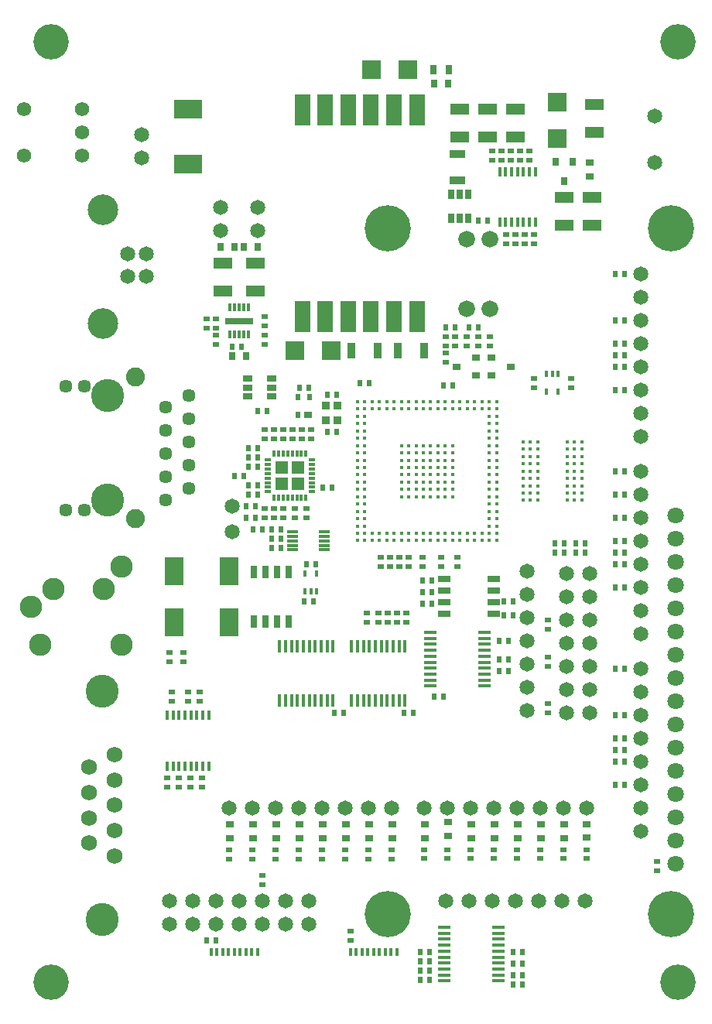
<source format=gts>
G04 (created by PCBNEW-RS274X (2010-03-14)-final) date Thu 13 Oct 2011 09:10:51 PM EDT*
G01*
G70*
G90*
%MOIN*%
G04 Gerber Fmt 3.4, Leading zero omitted, Abs format*
%FSLAX34Y34*%
G04 APERTURE LIST*
%ADD10C,0.001000*%
%ADD11R,0.021700X0.025600*%
%ADD12R,0.025600X0.021700*%
%ADD13R,0.025600X0.037400*%
%ADD14R,0.084700X0.051200*%
%ADD15C,0.152000*%
%ADD16R,0.080700X0.120100*%
%ADD17R,0.120100X0.080700*%
%ADD18C,0.065000*%
%ADD19R,0.033500X0.037400*%
%ADD20C,0.131900*%
%ADD21C,0.062000*%
%ADD22C,0.017700*%
%ADD23R,0.049200X0.011800*%
%ADD24R,0.012200X0.033500*%
%ADD25R,0.120100X0.031500*%
%ADD26R,0.025600X0.011800*%
%ADD27R,0.011800X0.025600*%
%ADD28R,0.057100X0.057100*%
%ADD29R,0.018500X0.025600*%
%ADD30R,0.033500X0.029600*%
%ADD31R,0.017700X0.025600*%
%ADD32C,0.096500*%
%ADD33R,0.029600X0.057100*%
%ADD34R,0.025600X0.035500*%
%ADD35R,0.044000X0.025600*%
%ADD36R,0.015800X0.041400*%
%ADD37R,0.053200X0.015800*%
%ADD38R,0.015800X0.053200*%
%ADD39R,0.035500X0.025600*%
%ADD40R,0.057100X0.029600*%
%ADD41C,0.142000*%
%ADD42C,0.068900*%
%ADD43R,0.037400X0.025600*%
%ADD44R,0.065000X0.037400*%
%ADD45C,0.070900*%
%ADD46C,0.198900*%
%ADD47R,0.015000X0.034000*%
%ADD48C,0.082000*%
%ADD49C,0.057000*%
%ADD50C,0.072000*%
%ADD51R,0.037400X0.065000*%
%ADD52R,0.080700X0.080700*%
%ADD53R,0.029600X0.039400*%
%ADD54R,0.070900X0.137000*%
%ADD55R,0.025600X0.044000*%
G04 APERTURE END LIST*
G54D10*
G54D11*
X00897Y-13300D03*
X00503Y-13300D03*
X00897Y-12900D03*
X00503Y-12900D03*
X00097Y-12500D03*
X-00297Y-12500D03*
X00897Y-12500D03*
X00503Y-12500D03*
X02397Y-14000D03*
X02003Y-14000D03*
G54D12*
X-03900Y-17803D03*
X-03900Y-18197D03*
X-03300Y-18197D03*
X-03300Y-17803D03*
G54D11*
X02297Y-15600D03*
X01903Y-15600D03*
X-02297Y-30200D03*
X-01903Y-30200D03*
X11297Y-31700D03*
X10903Y-31700D03*
X10903Y-30700D03*
X11297Y-30700D03*
G54D12*
X08000Y-04903D03*
X08000Y-05297D03*
X08900Y-04203D03*
X08900Y-04597D03*
G54D11*
X10303Y-17300D03*
X10697Y-17300D03*
X06903Y-31900D03*
X07297Y-31900D03*
G54D12*
X11400Y-00197D03*
X11400Y00197D03*
X17100Y-26803D03*
X17100Y-27197D03*
X09400Y-04203D03*
X09400Y-04597D03*
X10600Y-00197D03*
X10600Y00197D03*
G54D11*
X02097Y-06400D03*
X01703Y-06400D03*
G54D12*
X12400Y-18003D03*
X12400Y-18397D03*
X12400Y-20397D03*
X12400Y-20003D03*
X12400Y-16403D03*
X12400Y-16797D03*
X00200Y-03732D03*
X00200Y-03338D03*
X00200Y-04532D03*
X00200Y-04138D03*
X-01900Y-03438D03*
X-01900Y-03832D03*
X-01900Y-04138D03*
X-01900Y-04532D03*
X-02300Y-03832D03*
X-02300Y-03438D03*
G54D11*
X-00803Y-04635D03*
X-01197Y-04635D03*
X00297Y-07400D03*
X-00097Y-07400D03*
G54D12*
X05690Y-26707D03*
X05690Y-26313D03*
X04690Y-26707D03*
X04690Y-26313D03*
X03690Y-26707D03*
X03690Y-26313D03*
X02690Y-26707D03*
X02690Y-26313D03*
X-04000Y-23597D03*
X-04000Y-23203D03*
X-02500Y-23203D03*
X-02500Y-23597D03*
X-03800Y-19503D03*
X-03800Y-19897D03*
X-03500Y-23203D03*
X-03500Y-23597D03*
X-03000Y-23203D03*
X-03000Y-23597D03*
X01690Y-26707D03*
X01690Y-26313D03*
X00690Y-26707D03*
X00690Y-26313D03*
X-00310Y-26707D03*
X-00310Y-26313D03*
X-01310Y-26707D03*
X-01310Y-26313D03*
G54D11*
X07897Y-19700D03*
X07503Y-19700D03*
X03597Y-20400D03*
X03203Y-20400D03*
X07397Y-15200D03*
X07003Y-15200D03*
X07397Y-14700D03*
X07003Y-14700D03*
X07397Y-15700D03*
X07003Y-15700D03*
X06597Y-20400D03*
X06203Y-20400D03*
G54D12*
X07083Y-26693D03*
X07083Y-26299D03*
X08083Y-26693D03*
X08083Y-26299D03*
X09083Y-26693D03*
X09083Y-26299D03*
X10083Y-26693D03*
X10083Y-26299D03*
X11083Y-26693D03*
X11083Y-26299D03*
X12083Y-26693D03*
X12083Y-26299D03*
X13083Y-26693D03*
X13083Y-26299D03*
X14083Y-26693D03*
X14083Y-26299D03*
X-03100Y-19897D03*
X-03100Y-19503D03*
X-02600Y-19897D03*
X-02600Y-19503D03*
G54D11*
X08297Y-06300D03*
X07903Y-06300D03*
X04697Y-06200D03*
X04303Y-06200D03*
G54D12*
X01000Y-11603D03*
X01000Y-11997D03*
X00600Y-11603D03*
X00600Y-11997D03*
X00200Y-11603D03*
X00200Y-11997D03*
G54D11*
X02703Y-10700D03*
X03097Y-10700D03*
X-00103Y-11000D03*
X-00497Y-11000D03*
G54D12*
X01500Y-11603D03*
X01500Y-11997D03*
G54D11*
X-00103Y-10600D03*
X-00497Y-10600D03*
G54D12*
X02000Y-11603D03*
X02000Y-11997D03*
G54D11*
X-00103Y-09800D03*
X-00497Y-09800D03*
X-00103Y-09400D03*
X-00497Y-09400D03*
G54D12*
X00200Y-08597D03*
X00200Y-08203D03*
G54D11*
X-00497Y-09000D03*
X-00103Y-09000D03*
G54D12*
X02200Y-08203D03*
X02200Y-08597D03*
G54D11*
X-01097Y-10200D03*
X-00703Y-10200D03*
G54D12*
X01400Y-08597D03*
X01400Y-08203D03*
X01800Y-08597D03*
X01800Y-08203D03*
X00600Y-08597D03*
X00600Y-08203D03*
X01000Y-08597D03*
X01000Y-08203D03*
G54D11*
X03297Y-06700D03*
X02903Y-06700D03*
X02903Y-08300D03*
X03297Y-08300D03*
X13997Y-13100D03*
X13603Y-13100D03*
X12703Y-13100D03*
X13097Y-13100D03*
X13997Y-13500D03*
X13603Y-13500D03*
X12703Y-13500D03*
X13097Y-13500D03*
X15697Y-01500D03*
X15303Y-01500D03*
X15697Y-11000D03*
X15303Y-11000D03*
X15697Y-03500D03*
X15303Y-03500D03*
X15697Y-06500D03*
X15303Y-06500D03*
G54D12*
X08500Y-14097D03*
X08500Y-13703D03*
X07800Y-14097D03*
X07800Y-13703D03*
X11800Y-06397D03*
X11800Y-06003D03*
X13400Y-06003D03*
X13400Y-06397D03*
G54D11*
X15697Y-15000D03*
X15303Y-15000D03*
X15697Y-10000D03*
X15303Y-10000D03*
X15697Y-18500D03*
X15303Y-18500D03*
X15697Y-23500D03*
X15303Y-23500D03*
X15697Y-12000D03*
X15303Y-12000D03*
X15697Y-20500D03*
X15303Y-20500D03*
X15697Y-21500D03*
X15303Y-21500D03*
X15697Y-13000D03*
X15303Y-13000D03*
X15697Y-04500D03*
X15303Y-04500D03*
X10503Y-16200D03*
X10897Y-16200D03*
X10503Y-15600D03*
X10897Y-15600D03*
X10303Y-18100D03*
X10697Y-18100D03*
G54D12*
X06300Y-16103D03*
X06300Y-16497D03*
X05900Y-16103D03*
X05900Y-16497D03*
X05500Y-16103D03*
X05500Y-16497D03*
X05100Y-16103D03*
X05100Y-16497D03*
X06000Y-13703D03*
X06000Y-14097D03*
X04600Y-16103D03*
X04600Y-16497D03*
X05600Y-13703D03*
X05600Y-14097D03*
X05200Y-13703D03*
X05200Y-14097D03*
G54D13*
X-01105Y-00335D03*
X-01695Y-00335D03*
X-00695Y-00335D03*
X-00105Y-00335D03*
X-01195Y-05035D03*
X-00605Y-05035D03*
G54D14*
X-01600Y-02235D03*
X-01600Y-01035D03*
X-00200Y-02235D03*
X-00200Y-01035D03*
G54D15*
X18000Y-32000D03*
X-09000Y08500D03*
X18000Y08500D03*
X-09000Y-32000D03*
G54D16*
X-03681Y-14300D03*
X-01319Y-14300D03*
X-03681Y-16500D03*
X-01319Y-16500D03*
G54D17*
X-03100Y05581D03*
X-03100Y03219D03*
G54D18*
X-05100Y03500D03*
X-05100Y04500D03*
X-01699Y01364D03*
X-01699Y00364D03*
X-00099Y01364D03*
X-00099Y00364D03*
X11500Y-14300D03*
X11500Y-15300D03*
X11500Y-16300D03*
X11500Y-17300D03*
X11500Y-18300D03*
X11500Y-19300D03*
X11500Y-20300D03*
X14200Y-20400D03*
X13200Y-20400D03*
X14200Y-19400D03*
X13200Y-19400D03*
X14200Y-18400D03*
X13200Y-18400D03*
X14200Y-17400D03*
X13200Y-17400D03*
X14200Y-16400D03*
X13200Y-16400D03*
X14200Y-15400D03*
X13200Y-15400D03*
X14200Y-14400D03*
X13200Y-14400D03*
X16400Y-01500D03*
X16400Y-02500D03*
X16400Y-04500D03*
X16400Y-05500D03*
X16400Y-06500D03*
X16400Y-07500D03*
X16400Y-08500D03*
X16400Y-03500D03*
X16400Y-10000D03*
X16400Y-11000D03*
X16400Y-13000D03*
X16400Y-14000D03*
X16400Y-15000D03*
X16400Y-16000D03*
X16400Y-17000D03*
X16400Y-12000D03*
X16400Y-18500D03*
X16400Y-19500D03*
X16400Y-21500D03*
X16400Y-22500D03*
X16400Y-23500D03*
X16400Y-24500D03*
X16400Y-25500D03*
X16400Y-20500D03*
G54D19*
X03346Y-07825D03*
X03346Y-07175D03*
X02854Y-07175D03*
X02854Y-07825D03*
G54D20*
X-06760Y01241D03*
X-06760Y-03641D03*
G54D18*
X-05693Y-00637D03*
X-04906Y-00637D03*
X-04906Y-01621D03*
X-05693Y-01621D03*
G54D21*
X-07650Y03600D03*
X-07650Y04600D03*
X-07650Y05600D03*
X-10150Y05600D03*
X-10150Y03600D03*
G54D22*
X04208Y-12993D03*
X04208Y-12678D03*
X04208Y-12363D03*
X04208Y-12048D03*
X04208Y-11733D03*
X04208Y-11418D03*
X04208Y-11103D03*
X04208Y-10788D03*
X04208Y-10473D03*
X04208Y-10158D03*
X04208Y-09843D03*
X04208Y-09528D03*
X04208Y-09213D03*
X04208Y-08898D03*
X04208Y-08583D03*
X04208Y-08268D03*
X04208Y-07953D03*
X04208Y-07638D03*
X04208Y-07323D03*
X04208Y-07008D03*
X04523Y-12993D03*
X04523Y-12678D03*
X04523Y-12363D03*
X04523Y-12048D03*
X04523Y-11733D03*
X04523Y-11418D03*
X04523Y-11103D03*
X04523Y-10788D03*
X04523Y-10473D03*
X04523Y-10158D03*
X04523Y-09843D03*
X04523Y-09528D03*
X04523Y-09213D03*
X04523Y-08898D03*
X04523Y-08583D03*
X04523Y-08268D03*
X04523Y-07953D03*
X04523Y-07638D03*
X04523Y-07323D03*
X04523Y-07008D03*
X04838Y-12993D03*
X04838Y-12678D03*
X04838Y-07323D03*
X04838Y-07008D03*
X05153Y-12993D03*
X05153Y-12678D03*
X05153Y-07323D03*
X05153Y-07008D03*
X05468Y-12993D03*
X05468Y-12678D03*
X05468Y-07323D03*
X05468Y-07008D03*
X05783Y-12993D03*
X05783Y-12678D03*
X05783Y-07323D03*
X05783Y-07008D03*
X06098Y-12993D03*
X06098Y-12678D03*
X06098Y-11103D03*
X06098Y-10788D03*
X06098Y-10473D03*
X06098Y-10158D03*
X06098Y-09843D03*
X06098Y-09528D03*
X06098Y-09213D03*
X06098Y-08898D03*
X06098Y-07323D03*
X06098Y-07008D03*
X06413Y-12993D03*
X06413Y-12678D03*
X06413Y-11103D03*
X06413Y-10788D03*
X06413Y-10473D03*
X06413Y-10158D03*
X06413Y-09843D03*
X06413Y-09528D03*
X06413Y-09213D03*
X06413Y-08898D03*
X06413Y-07323D03*
X06413Y-07008D03*
X06728Y-12993D03*
X06728Y-12678D03*
X06728Y-11103D03*
X06728Y-10788D03*
X06728Y-10473D03*
X06728Y-10158D03*
X06728Y-09843D03*
X06728Y-09528D03*
X06728Y-09213D03*
X06728Y-08898D03*
X06728Y-07323D03*
X06728Y-07008D03*
X07043Y-12993D03*
X07043Y-12678D03*
X07043Y-11103D03*
X07043Y-10788D03*
X07043Y-10473D03*
X07043Y-10158D03*
X07043Y-09843D03*
X07043Y-09528D03*
X07043Y-09213D03*
X07043Y-08898D03*
X07043Y-07323D03*
X07043Y-07008D03*
X07358Y-12993D03*
X07358Y-12678D03*
X07358Y-11103D03*
X07358Y-10788D03*
X07358Y-10473D03*
X07358Y-10158D03*
X07358Y-09843D03*
X07358Y-09528D03*
X07358Y-09213D03*
X07358Y-08898D03*
X07358Y-07323D03*
X07358Y-07008D03*
X07673Y-12993D03*
X07673Y-12678D03*
X07673Y-11103D03*
X07673Y-10788D03*
X07673Y-10473D03*
X07673Y-10158D03*
X07673Y-09843D03*
X07673Y-09528D03*
X07673Y-09213D03*
X07673Y-08898D03*
X07673Y-07323D03*
X07673Y-07008D03*
X07988Y-12993D03*
X07988Y-12678D03*
X07988Y-11103D03*
X07988Y-10788D03*
X07988Y-10473D03*
X07988Y-10158D03*
X07988Y-09843D03*
X07988Y-09528D03*
X07988Y-09213D03*
X07988Y-08898D03*
X07988Y-07323D03*
X07988Y-07008D03*
X08303Y-12993D03*
X08303Y-12678D03*
X08303Y-11103D03*
X08303Y-10788D03*
X08303Y-10473D03*
X08303Y-10158D03*
X08303Y-09843D03*
X08303Y-09528D03*
X08303Y-09213D03*
X08303Y-08898D03*
X08303Y-07323D03*
X08303Y-07008D03*
X08618Y-12993D03*
X08618Y-12678D03*
X08618Y-07323D03*
X08618Y-07008D03*
X08933Y-12993D03*
X08933Y-12678D03*
X08933Y-07323D03*
X08933Y-07008D03*
X09248Y-12993D03*
X09248Y-12678D03*
X09248Y-07323D03*
X09248Y-07008D03*
X09563Y-12993D03*
X09563Y-12678D03*
X09563Y-07323D03*
X09563Y-07008D03*
X09878Y-12993D03*
X09878Y-12678D03*
X09878Y-07323D03*
X09878Y-07008D03*
X10193Y-12993D03*
X10193Y-12678D03*
X10193Y-12363D03*
X10193Y-12048D03*
X10193Y-11733D03*
X10193Y-11418D03*
X10193Y-11103D03*
X10193Y-10788D03*
X10193Y-10473D03*
X10193Y-10158D03*
X10193Y-09843D03*
X10193Y-09528D03*
X10193Y-09213D03*
X10193Y-08898D03*
X10193Y-08583D03*
X10193Y-08268D03*
X10193Y-07953D03*
X10193Y-07638D03*
X10193Y-07323D03*
X10193Y-07008D03*
X09878Y-12363D03*
X09878Y-12048D03*
X09878Y-11733D03*
X09878Y-11418D03*
X09878Y-11103D03*
X09878Y-10788D03*
X09878Y-10473D03*
X09878Y-10158D03*
X09878Y-09843D03*
X09878Y-09528D03*
X09878Y-09213D03*
X09878Y-08898D03*
X09878Y-08583D03*
X09878Y-08268D03*
X09878Y-07953D03*
X09878Y-07638D03*
G54D23*
X01411Y-12608D03*
X01411Y-12804D03*
X01411Y-13000D03*
X01411Y-13196D03*
X01411Y-13392D03*
X02790Y-13392D03*
X02790Y-13196D03*
X02790Y-13000D03*
X02790Y-12804D03*
X02790Y-12608D03*
G54D24*
X-01294Y-04126D03*
X-01097Y-04126D03*
X-00900Y-04126D03*
X-00703Y-04126D03*
X-00506Y-04126D03*
X-00506Y-02944D03*
X-00703Y-02944D03*
X-00900Y-02944D03*
X-01097Y-02944D03*
X-01294Y-02944D03*
G54D25*
X-00900Y-03535D03*
G54D26*
X00355Y-09511D03*
X00355Y-09708D03*
X00355Y-09905D03*
X00355Y-10102D03*
X00355Y-10298D03*
X00355Y-10495D03*
X00355Y-10692D03*
X00355Y-10889D03*
X02245Y-10889D03*
X02245Y-10692D03*
X02245Y-10495D03*
X02245Y-10298D03*
X02245Y-10102D03*
X02245Y-09905D03*
X02245Y-09708D03*
X02245Y-09511D03*
G54D27*
X00611Y-11145D03*
X00808Y-11145D03*
X01005Y-11145D03*
X01202Y-11145D03*
X01398Y-11145D03*
X01595Y-11145D03*
X01792Y-11145D03*
X01989Y-11145D03*
X01989Y-09255D03*
X01792Y-09255D03*
X01595Y-09255D03*
X01398Y-09255D03*
X01202Y-09255D03*
X01005Y-09255D03*
X00808Y-09255D03*
X00611Y-09255D03*
G54D28*
X00946Y-09846D03*
X00946Y-10554D03*
X01654Y-10554D03*
X01654Y-09846D03*
G54D29*
X01636Y-07584D03*
G54D30*
X02089Y-07584D03*
G54D29*
X02148Y-06796D03*
X01636Y-06796D03*
G54D31*
X01944Y-15174D03*
X02200Y-15174D03*
X02456Y-15174D03*
X02456Y-14426D03*
X01944Y-14426D03*
X12856Y-05826D03*
X12600Y-05826D03*
X12344Y-05826D03*
X12344Y-06574D03*
X12856Y-06574D03*
G54D32*
X-09849Y-15859D03*
X-08904Y-15072D03*
X-06739Y-15072D03*
X-05951Y-14107D03*
X-05951Y-17493D03*
X-09455Y-17493D03*
G54D33*
X01250Y-14337D03*
X00750Y-14337D03*
X00250Y-14337D03*
X-00250Y-14337D03*
X-00250Y-16463D03*
X00250Y-16463D03*
X00750Y-16463D03*
X01250Y-16463D03*
G54D34*
X13100Y02487D03*
X13474Y03313D03*
X12726Y03313D03*
G54D35*
X00512Y-06774D03*
X00512Y-06400D03*
X00512Y-06026D03*
X-00512Y-06026D03*
X-00512Y-06400D03*
X-00512Y-06774D03*
G54D18*
X03690Y-24510D03*
X04690Y-24510D03*
X05690Y-24510D03*
X02690Y-24510D03*
X01690Y-24510D03*
X00690Y-24510D03*
X-00310Y-24510D03*
X-01310Y-24510D03*
X14083Y-24496D03*
X13083Y-24496D03*
X12083Y-24496D03*
X11083Y-24496D03*
X10083Y-24496D03*
X09083Y-24496D03*
X08083Y-24496D03*
X07083Y-24496D03*
G54D36*
X-03228Y-22702D03*
X-02972Y-22702D03*
X-02716Y-22702D03*
X-02460Y-22702D03*
X-02204Y-22702D03*
X-02204Y-20498D03*
X-02460Y-20498D03*
X-02716Y-20498D03*
X-02972Y-20498D03*
X-03228Y-20498D03*
X-03484Y-20498D03*
X-03740Y-20498D03*
X-03996Y-20498D03*
X-03484Y-22702D03*
X-03740Y-22702D03*
X-03996Y-22702D03*
G54D37*
X09669Y-19252D03*
X09669Y-18996D03*
X09669Y-18740D03*
X09669Y-18484D03*
X09669Y-18228D03*
X09669Y-17972D03*
X09669Y-17716D03*
X09669Y-17460D03*
X09669Y-17204D03*
X09669Y-16948D03*
X07331Y-16948D03*
X07331Y-17204D03*
X07331Y-17460D03*
X07331Y-17716D03*
X07331Y-17972D03*
X07331Y-18228D03*
X07331Y-18484D03*
X07331Y-18740D03*
X07331Y-18996D03*
X07331Y-19252D03*
G54D38*
X03152Y-17531D03*
X02896Y-17531D03*
X02640Y-17531D03*
X02384Y-17531D03*
X02128Y-17531D03*
X01872Y-17531D03*
X01616Y-17531D03*
X01360Y-17531D03*
X01104Y-17531D03*
X00848Y-17531D03*
X00848Y-19869D03*
X01104Y-19869D03*
X01360Y-19869D03*
X01616Y-19869D03*
X01872Y-19869D03*
X02128Y-19869D03*
X02384Y-19869D03*
X02640Y-19869D03*
X02896Y-19869D03*
X03152Y-19869D03*
X06252Y-17531D03*
X05996Y-17531D03*
X05740Y-17531D03*
X05484Y-17531D03*
X05228Y-17531D03*
X04972Y-17531D03*
X04716Y-17531D03*
X04460Y-17531D03*
X04204Y-17531D03*
X03948Y-17531D03*
X03948Y-19869D03*
X04204Y-19869D03*
X04460Y-19869D03*
X04716Y-19869D03*
X04972Y-19869D03*
X05228Y-19869D03*
X05484Y-19869D03*
X05740Y-19869D03*
X05996Y-19869D03*
X06252Y-19869D03*
G54D22*
X13860Y-11260D03*
X13545Y-11260D03*
X13230Y-11260D03*
X11970Y-11260D03*
X11655Y-11260D03*
X11340Y-11260D03*
X13860Y-10945D03*
X13545Y-10945D03*
X13230Y-10945D03*
X11970Y-10945D03*
X11655Y-10945D03*
X11340Y-10945D03*
X13860Y-10630D03*
X13545Y-10630D03*
X13230Y-10630D03*
X11970Y-10630D03*
X11655Y-10630D03*
X11340Y-10630D03*
X13860Y-10315D03*
X13545Y-10315D03*
X13230Y-10315D03*
X11970Y-10315D03*
X11655Y-10315D03*
X11340Y-10315D03*
X13860Y-10000D03*
X13545Y-10000D03*
X13230Y-10000D03*
X11970Y-10000D03*
X11655Y-10000D03*
X11340Y-10000D03*
X13860Y-09685D03*
X13545Y-09685D03*
X13230Y-09685D03*
X11970Y-09685D03*
X11655Y-09685D03*
X11340Y-09685D03*
X13860Y-09370D03*
X13545Y-09370D03*
X13230Y-09370D03*
X11970Y-09370D03*
X11655Y-09370D03*
X11340Y-09370D03*
X13860Y-09055D03*
X13545Y-09055D03*
X13230Y-09055D03*
X11970Y-09055D03*
X11655Y-09055D03*
X11340Y-09055D03*
X13860Y-08740D03*
X13545Y-08740D03*
X13230Y-08740D03*
X11970Y-08740D03*
X11655Y-08740D03*
X11340Y-08740D03*
G54D39*
X08487Y-05500D03*
X09313Y-05874D03*
X09313Y-05126D03*
G54D40*
X07937Y-14650D03*
X07937Y-15150D03*
X07937Y-15650D03*
X07937Y-16150D03*
X10063Y-16150D03*
X10063Y-15650D03*
X10063Y-15150D03*
X10063Y-14650D03*
G54D11*
X15697Y-05000D03*
X15303Y-05000D03*
X15303Y-05500D03*
X15697Y-05500D03*
X15697Y-13500D03*
X15303Y-13500D03*
X15303Y-14000D03*
X15697Y-14000D03*
X15697Y-22000D03*
X15303Y-22000D03*
X15303Y-22500D03*
X15697Y-22500D03*
X10697Y-18600D03*
X10303Y-18600D03*
G54D41*
X-06800Y-19480D03*
G54D42*
X-06241Y-22206D03*
X-06241Y-23297D03*
X-06241Y-24387D03*
X-06241Y-25478D03*
X-06241Y-26569D03*
X-07359Y-22752D03*
X-07359Y-23842D03*
X-07359Y-24933D03*
X-07359Y-26023D03*
G54D41*
X-06800Y-29319D03*
G54D12*
X10000Y03798D03*
X10000Y03404D03*
X10400Y03798D03*
X10400Y03404D03*
X10800Y03798D03*
X10800Y03404D03*
X11200Y03404D03*
X11200Y03798D03*
X11600Y03404D03*
X11600Y03798D03*
G54D11*
X09403Y00800D03*
X09797Y00800D03*
G54D12*
X08400Y-04597D03*
X08400Y-04203D03*
X09900Y-04203D03*
X09900Y-04597D03*
G54D11*
X09003Y-03800D03*
X09397Y-03800D03*
G54D12*
X08000Y-04203D03*
X08000Y-04597D03*
G54D11*
X08003Y-03800D03*
X08397Y-03800D03*
G54D12*
X11000Y00197D03*
X11000Y-00197D03*
X11800Y00197D03*
X11800Y-00197D03*
G54D11*
X11297Y-31200D03*
X10903Y-31200D03*
X06903Y-30700D03*
X07297Y-30700D03*
X06903Y-31100D03*
X07297Y-31100D03*
X10903Y-32100D03*
X11297Y-32100D03*
X06903Y-31500D03*
X07297Y-31500D03*
G54D12*
X00100Y-27403D03*
X00100Y-27797D03*
G54D13*
X08095Y06700D03*
X07505Y06700D03*
G54D43*
X14200Y02705D03*
X14200Y03295D03*
G54D44*
X08500Y03671D03*
X08500Y02529D03*
G54D45*
X17900Y-26898D03*
X17900Y-25898D03*
X17900Y-24898D03*
X17900Y-23898D03*
X17900Y-22898D03*
X17900Y-21898D03*
X17900Y-20898D03*
X17900Y-19898D03*
X17900Y-18898D03*
X17900Y-17898D03*
X17900Y-16898D03*
X17900Y-15898D03*
X17900Y-14898D03*
X17900Y-13898D03*
X17900Y-12898D03*
X17900Y-11898D03*
G54D46*
X17703Y-29063D03*
X05498Y-29063D03*
X05498Y00464D03*
X17703Y00464D03*
G54D43*
X-01300Y-25205D03*
X-01300Y-25795D03*
X-00300Y-25205D03*
X-00300Y-25795D03*
X00700Y-25205D03*
X00700Y-25795D03*
X01700Y-25205D03*
X01700Y-25795D03*
X02700Y-25205D03*
X02700Y-25795D03*
X03700Y-25205D03*
X03700Y-25795D03*
X04700Y-25205D03*
X04700Y-25795D03*
X05700Y-25205D03*
X05700Y-25795D03*
X07100Y-25205D03*
X07100Y-25795D03*
X08100Y-25105D03*
X08100Y-25695D03*
X09100Y-25205D03*
X09100Y-25795D03*
X10100Y-25205D03*
X10100Y-25795D03*
X11100Y-25205D03*
X11100Y-25795D03*
X12100Y-25205D03*
X12100Y-25795D03*
X13100Y-25205D03*
X13100Y-25795D03*
G54D47*
X-02100Y-30700D03*
X-01850Y-30700D03*
X-01600Y-30700D03*
X-01350Y-30700D03*
X-01100Y-30700D03*
X-00850Y-30700D03*
X-00600Y-30700D03*
X-00350Y-30700D03*
X-00100Y-30700D03*
G54D18*
X02100Y-28500D03*
X02100Y-29500D03*
X01100Y-28500D03*
X01100Y-29500D03*
X00100Y-28500D03*
X00100Y-29500D03*
X-00900Y-28500D03*
X-00900Y-29500D03*
X-01900Y-28500D03*
X-01900Y-29500D03*
X-02900Y-28500D03*
X-02900Y-29500D03*
X-03900Y-28500D03*
X-03900Y-29500D03*
G54D12*
X03900Y-29803D03*
X03900Y-30197D03*
G54D47*
X03900Y-30700D03*
X04150Y-30700D03*
X04400Y-30700D03*
X04650Y-30700D03*
X04900Y-30700D03*
X05150Y-30700D03*
X05400Y-30700D03*
X05650Y-30700D03*
X05900Y-30700D03*
G54D37*
X10269Y-31952D03*
X10269Y-31696D03*
X10269Y-31440D03*
X10269Y-31184D03*
X10269Y-30928D03*
X10269Y-30672D03*
X10269Y-30416D03*
X10269Y-30160D03*
X10269Y-29904D03*
X10269Y-29648D03*
X07931Y-29648D03*
X07931Y-29904D03*
X07931Y-30160D03*
X07931Y-30416D03*
X07931Y-30672D03*
X07931Y-30928D03*
X07931Y-31184D03*
X07931Y-31440D03*
X07931Y-31696D03*
X07931Y-31952D03*
G54D18*
X08000Y-28500D03*
X09000Y-28500D03*
X10000Y-28500D03*
X11000Y-28500D03*
X12000Y-28500D03*
X13000Y-28500D03*
X14000Y-28500D03*
G54D41*
X-06550Y-06750D03*
X-06550Y-11250D03*
G54D48*
X-05350Y-05950D03*
X-05350Y-12050D03*
G54D49*
X-07550Y-06330D03*
X-08350Y-06330D03*
X-07550Y-11670D03*
X-08350Y-11670D03*
X-03050Y-06750D03*
X-04050Y-07250D03*
X-03050Y-07750D03*
X-04050Y-08250D03*
X-03050Y-08750D03*
X-04050Y-09250D03*
X-03050Y-09750D03*
X-04050Y-10250D03*
X-03050Y-10750D03*
X-04050Y-11250D03*
G54D43*
X14083Y-25201D03*
X14083Y-25791D03*
G54D14*
X08600Y05600D03*
X08600Y04400D03*
X13100Y01800D03*
X13100Y00600D03*
X09800Y04400D03*
X09800Y05600D03*
G54D50*
X08900Y-03000D03*
X09900Y-03000D03*
X09900Y00000D03*
X08900Y00000D03*
G54D39*
X10813Y-05500D03*
X09987Y-05126D03*
X09987Y-05874D03*
G54D51*
X07071Y-04800D03*
X05929Y-04800D03*
X03929Y-04800D03*
X05071Y-04800D03*
G54D52*
X01513Y-04800D03*
X03087Y-04800D03*
G54D14*
X14300Y01800D03*
X14300Y00600D03*
G54D53*
X08135Y07300D03*
X07465Y07300D03*
G54D52*
X04813Y07300D03*
X06387Y07300D03*
G54D54*
X06761Y05543D03*
X05776Y05543D03*
X04792Y05543D03*
X03808Y05543D03*
X02824Y05543D03*
X01839Y05543D03*
X01839Y-03343D03*
X02824Y-03343D03*
X03808Y-03343D03*
X04792Y-03343D03*
X05776Y-03343D03*
X06761Y-03343D03*
G54D55*
X08226Y00888D03*
X08600Y00888D03*
X08974Y00888D03*
X08974Y01912D03*
X08600Y01912D03*
X08226Y01912D03*
G54D36*
X11100Y00708D03*
X11356Y00708D03*
X11612Y00708D03*
X11868Y00708D03*
X11868Y02893D03*
X11612Y02893D03*
X11356Y02893D03*
X11100Y02893D03*
X10844Y02893D03*
X10588Y02893D03*
X10332Y02893D03*
X10844Y00708D03*
X10588Y00708D03*
X10332Y00708D03*
G54D52*
X12800Y04313D03*
X12800Y05887D03*
G54D14*
X14400Y05800D03*
X14400Y04600D03*
G54D18*
X17000Y05300D03*
X17000Y03300D03*
G54D14*
X11000Y04400D03*
X11000Y05600D03*
G54D12*
X07000Y-14097D03*
X07000Y-13703D03*
X06400Y-14097D03*
X06400Y-13703D03*
G54D18*
X-01200Y-11500D03*
X-01200Y-12600D03*
G54D11*
X-00597Y-11500D03*
X-00203Y-11500D03*
X-00597Y-12000D03*
X-00203Y-12000D03*
M02*

</source>
